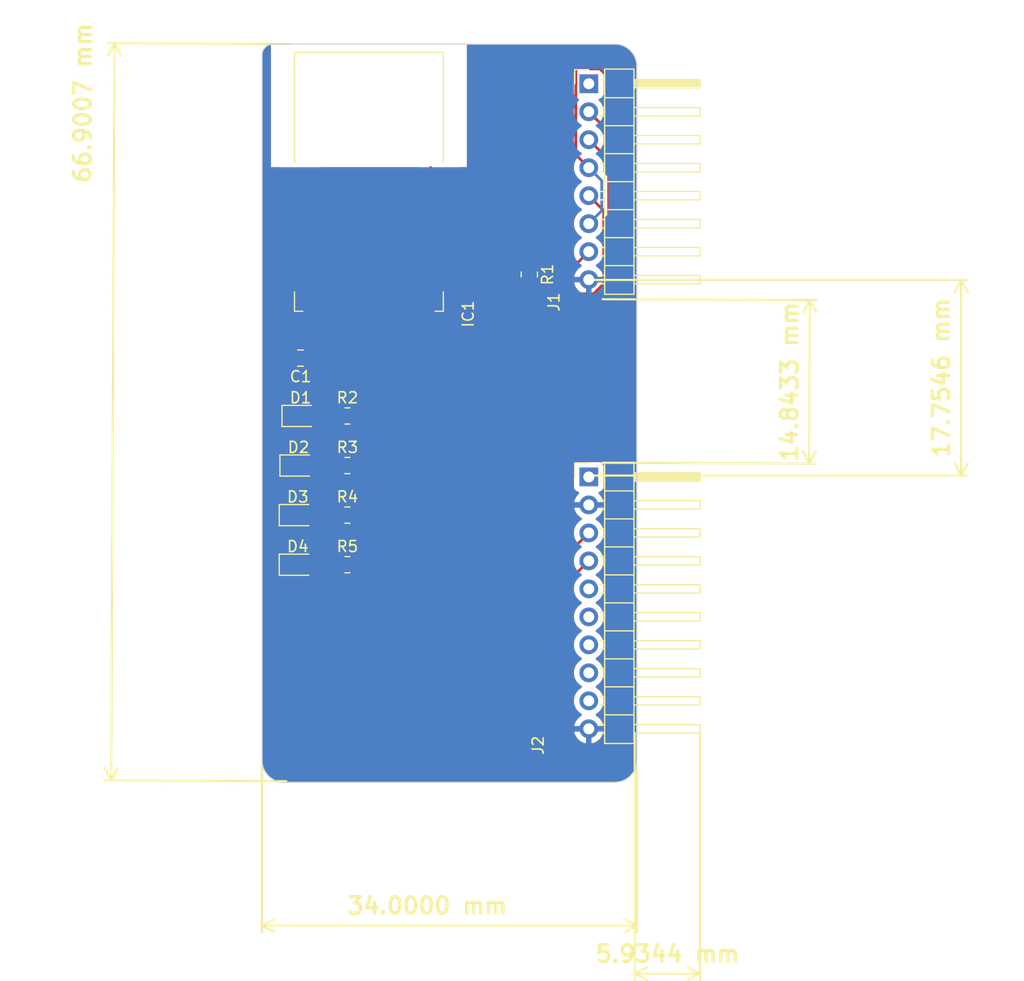
<source format=kicad_pcb>
(kicad_pcb (version 20221018) (generator pcbnew)
  (layers (0 "F.Cu" signal) (31 "B.Cu" signal) (34 "B.Paste" user) (35 "F.Paste" user) (36 "B.SilkS" user "B.Silkscreen") (37 "F.SilkS" user "F.Silkscreen") (38 "B.Mask" user) (39 "F.Mask" user) (44 "Edge.Cuts" user))
  (net 0 "")
  (net 2 "Net-(D1-A)")
  (net 3 "/RSTN")
  (net 5 "+3.3V")
  (net 6 "GND")
  (net 10 "Net-(D2-A)")
  (net 11 "Net-(D3-A)")
  (net 12 "Net-(D4-A)")
  (net 13 "/WKP")
  (net 14 "/CS")
  (net 15 "/MOSI")
  (net 16 "/MISO")
  (net 17 "/CLK")
  (net 18 "/IRQ")
  (net 19 "+5V")
  (net 20 "/LED1")
  (net 21 "/LED2")
  (net 22 "/LED3")
  (net 23 "/LED4")
  (footprint "Resistor_SMD:R_0805_2012Metric" (layer "F.Cu") (at 131.75 105.75)
    (fp_text reference "R4" (at 0 -1.65) (layer "F.SilkS"))
    (fp_text value "1K")
    (fp_line (start -0.227064 -0.735) (end 0.227064 -0.735) (stroke (width 0.12)) (layer "F.SilkS"))
    (fp_line (start -0.227064 0.735) (end 0.227064 0.735) (stroke (width 0.12)) (layer "F.SilkS"))
    (pad "1" smd roundrect (at -0.9125 0) (size 1.025 1.4) (layers "F.Cu" "F.Paste" "F.Mask") (roundrect_rratio 0.243902) (net 22 "/LED3"))
    (pad "2" smd roundrect (at 0.9125 0) (size 1.025 1.4) (layers "F.Cu" "F.Paste" "F.Mask") (roundrect_rratio 0.243902) (net 11 "Net-(D3-A)"))
  )
  (footprint "LED_SMD:LED_0805_2012Metric" (layer "F.Cu") (at 127.5 96.75)
    (fp_text reference "D1" (at 0 -1.65) (layer "F.SilkS"))
    (fp_text value "LED")
    (fp_line (start -1.685 -0.96) (end -1.685 0.96) (stroke (width 0.12)) (layer "F.SilkS"))
    (fp_line (start -1.685 0.96) (end 1 0.96) (stroke (width 0.12)) (layer "F.SilkS"))
    (fp_line (start 1 -0.96) (end -1.685 -0.96) (stroke (width 0.12)) (layer "F.SilkS"))
    (pad "1" smd roundrect (at -0.9375 0) (size 0.975 1.4) (layers "F.Cu" "F.Paste" "F.Mask") (net 6 "GND"))
    (pad "2" smd roundrect (at 0.9375 0) (size 0.975 1.4) (layers "F.Cu" "F.Paste" "F.Mask") (net 2 "Net-(D1-A)"))
  )
  (footprint "Capacitor_SMD:C_0805_2012Metric" (layer "F.Cu") (at 127.5 91.5 180)
    (fp_text reference "C1" (at 0 -1.68) (layer "F.SilkS"))
    (fp_text value "100uF")
    (fp_line (start -0.261252 -0.735) (end 0.261252 -0.735) (stroke (width 0.12)) (layer "F.SilkS"))
    (fp_line (start -0.261252 0.735) (end 0.261252 0.735) (stroke (width 0.12)) (layer "F.SilkS"))
    (pad "1" smd roundrect (at -0.95 0 180) (size 1 1.45) (layers "F.Cu" "F.Paste" "F.Mask") (net 5 "+3.3V"))
    (pad "2" smd roundrect (at 0.95 0 180) (size 1 1.45) (layers "F.Cu" "F.Paste" "F.Mask") (net 6 "GND"))
  )
  (footprint "LED_SMD:LED_0805_2012Metric" (layer "F.Cu") (at 127.3125 101.25)
    (fp_text reference "D2" (at 0 -1.65) (layer "F.SilkS"))
    (fp_text value "LED")
    (fp_line (start -1.685 -0.96) (end -1.685 0.96) (stroke (width 0.12)) (layer "F.SilkS"))
    (fp_line (start -1.685 0.96) (end 1 0.96) (stroke (width 0.12)) (layer "F.SilkS"))
    (fp_line (start 1 -0.96) (end -1.685 -0.96) (stroke (width 0.12)) (layer "F.SilkS"))
    (pad "1" smd roundrect (at -0.9375 0) (size 0.975 1.4) (layers "F.Cu" "F.Paste" "F.Mask") (net 6 "GND"))
    (pad "2" smd roundrect (at 0.9375 0) (size 0.975 1.4) (layers "F.Cu" "F.Paste" "F.Mask") (net 10 "Net-(D2-A)"))
  )
  (footprint "LED_SMD:LED_0805_2012Metric" (layer "F.Cu") (at 127.25 110.25)
    (fp_text reference "D4" (at 0 -1.65) (layer "F.SilkS"))
    (fp_text value "LED")
    (fp_line (start -1.685 -0.96) (end -1.685 0.96) (stroke (width 0.12)) (layer "F.SilkS"))
    (fp_line (start -1.685 0.96) (end 1 0.96) (stroke (width 0.12)) (layer "F.SilkS"))
    (fp_line (start 1 -0.96) (end -1.685 -0.96) (stroke (width 0.12)) (layer "F.SilkS"))
    (pad "1" smd roundrect (at -0.9375 0) (size 0.975 1.4) (layers "F.Cu" "F.Paste" "F.Mask") (net 6 "GND"))
    (pad "2" smd roundrect (at 0.9375 0) (size 0.975 1.4) (layers "F.Cu" "F.Paste" "F.Mask") (net 12 "Net-(D4-A)"))
  )
  (footprint "Resistor_SMD:R_0805_2012Metric" (layer "F.Cu") (at 131.75 110.25)
    (fp_text reference "R5" (at 0 -1.65) (layer "F.SilkS"))
    (fp_text value "1K")
    (fp_line (start -0.227064 -0.735) (end 0.227064 -0.735) (stroke (width 0.12)) (layer "F.SilkS"))
    (fp_line (start -0.227064 0.735) (end 0.227064 0.735) (stroke (width 0.12)) (layer "F.SilkS"))
    (pad "1" smd roundrect (at -0.9125 0) (size 1.025 1.4) (layers "F.Cu" "F.Paste" "F.Mask") (roundrect_rratio 0.243902) (net 23 "/LED4"))
    (pad "2" smd roundrect (at 0.9125 0) (size 1.025 1.4) (layers "F.Cu" "F.Paste" "F.Mask") (roundrect_rratio 0.243902) (net 12 "Net-(D4-A)"))
  )
  (footprint "Resistor_SMD:R_0805_2012Metric" (layer "F.Cu") (at 131.75 96.75)
    (fp_text reference "R2" (at 0 -1.65) (layer "F.SilkS"))
    (fp_text value "1K")
    (fp_line (start -0.227064 -0.735) (end 0.227064 -0.735) (stroke (width 0.12)) (layer "F.SilkS"))
    (fp_line (start -0.227064 0.735) (end 0.227064 0.735) (stroke (width 0.12)) (layer "F.SilkS"))
    (pad "1" smd roundrect (at -0.9125 0) (size 1.025 1.4) (layers "F.Cu" "F.Paste" "F.Mask") (roundrect_rratio 0.243902) (net 20 "/LED1"))
    (pad "2" smd roundrect (at 0.9125 0) (size 1.025 1.4) (layers "F.Cu" "F.Paste" "F.Mask") (roundrect_rratio 0.243902) (net 2 "Net-(D1-A)"))
  )
  (footprint "Resistor_SMD:R_0805_2012Metric" (layer "F.Cu") (at 148.25 83.9125 -90)
    (fp_text reference "R1" (at 0 -1.65 90) (layer "F.SilkS"))
    (fp_text value "1K")
    (fp_line (start -0.227064 -0.735) (end 0.227064 -0.735) (stroke (width 0.12)) (layer "F.SilkS"))
    (fp_line (start -0.227064 0.735) (end 0.227064 0.735) (stroke (width 0.12)) (layer "F.SilkS"))
    (pad "1" smd roundrect (at -0.9125 0 270) (size 1.025 1.4) (layers "F.Cu" "F.Paste" "F.Mask") (roundrect_rratio 0.243902) (net 18 "/IRQ"))
    (pad "2" smd roundrect (at 0.9125 0 270) (size 1.025 1.4) (layers "F.Cu" "F.Paste" "F.Mask") (roundrect_rratio 0.243902) (net 6 "GND"))
  )
  (footprint "Connector_PinHeader_2.54mm:PinHeader_1x10_P2.54mm_Horizontal" (layer "F.Cu") (at 153.6446 102.2858)
    (fp_text reference "J2" (at -4.5974 24.3586 90) (layer "F.SilkS"))
    (fp_text value "Conn_01x10_Socket")
    (fp_line (start -1.27 -1.27) (end 0 -1.27) (stroke (width 0.12)) (layer "F.SilkS"))
    (fp_line (start -1.27 0) (end -1.27 -1.27) (stroke (width 0.12)) (layer "F.SilkS"))
    (fp_line (start 1.042929 2.16) (end 1.44 2.16) (stroke (width 0.12)) (layer "F.SilkS"))
    (fp_line (start 1.042929 2.92) (end 1.44 2.92) (stroke (width 0.12)) (layer "F.SilkS"))
    (fp_line (start 1.042929 4.7) (end 1.44 4.7) (stroke (width 0.12)) (layer "F.SilkS"))
    (fp_line (start 1.042929 5.46) (end 1.44 5.46) (stroke (width 0.12)) (layer "F.SilkS"))
    (fp_line (start 1.042929 7.24) (end 1.44 7.24) (stroke (width 0.12)) (layer "F.SilkS"))
    (fp_line (start 1.042929 8) (end 1.44 8) (stroke (width 0.12)) (layer "F.SilkS"))
    (fp_line (start 1.042929 9.78) (end 1.44 9.78) (stroke (width 0.12)) (layer "F.SilkS"))
    (fp_line (start 1.042929 10.54) (end 1.44 10.54) (stroke (width 0.12)) (layer "F.SilkS"))
    (fp_line (start 1.042929 12.32) (end 1.44 12.32) (stroke (width 0.12)) (layer "F.SilkS"))
    (fp_line (start 1.042929 13.08) (end 1.44 13.08) (stroke (width 0.12)) (layer "F.SilkS"))
    (fp_line (start 1.042929 14.86) (end 1.44 14.86) (stroke (width 0.12)) (layer "F.SilkS"))
    (fp_line (start 1.042929 15.62) (end 1.44 15.62) (stroke (width 0.12)) (layer "F.SilkS"))
    (fp_line (start 1.042929 17.4) (end 1.44 17.4) (stroke (width 0.12)) (layer "F.SilkS"))
    (fp_line (start 1.042929 18.16) (end 1.44 18.16) (stroke (width 0.12)) (layer "F.SilkS"))
    (fp_line (start 1.042929 19.94) (end 1.44 19.94) (stroke (width 0.12)) (layer "F.SilkS"))
    (fp_line (start 1.042929 20.7) (end 1.44 20.7) (stroke (width 0.12)) (layer "F.SilkS"))
    (fp_line (start 1.042929 22.48) (end 1.44 22.48) (stroke (width 0.12)) (layer "F.SilkS"))
    (fp_line (start 1.042929 23.24) (end 1.44 23.24) (stroke (width 0.12)) (layer "F.SilkS"))
    (fp_line (start 1.11 -0.38) (end 1.44 -0.38) (stroke (width 0.12)) (layer "F.SilkS"))
    (fp_line (start 1.11 0.38) (end 1.44 0.38) (stroke (width 0.12)) (layer "F.SilkS"))
    (fp_line (start 1.44 -1.33) (end 1.44 24.19) (stroke (width 0.12)) (layer "F.SilkS"))
    (fp_line (start 1.44 1.27) (end 4.1 1.27) (stroke (width 0.12)) (layer "F.SilkS"))
    (fp_line (start 1.44 3.81) (end 4.1 3.81) (stroke (width 0.12)) (layer "F.SilkS"))
    (fp_line (start 1.44 6.35) (end 4.1 6.35) (stroke (width 0.12)) (layer "F.SilkS"))
    (fp_line (start 1.44 8.89) (end 4.1 8.89) (stroke (width 0.12)) (layer "F.SilkS"))
    (fp_line (start 1.44 11.43) (end 4.1 11.43) (stroke (width 0.12)) (layer "F.SilkS"))
    (fp_line (start 1.44 13.97) (end 4.1 13.97) (stroke (width 0.12)) (layer "F.SilkS"))
    (fp_line (start 1.44 16.51) (end 4.1 16.51) (stroke (width 0.12)) (layer "F.SilkS"))
    (fp_line (start 1.44 19.05) (end 4.1 19.05) (stroke (width 0.12)) (layer "F.SilkS"))
    (fp_line (start 1.44 21.59) (end 4.1 21.59) (stroke (width 0.12)) (layer "F.SilkS"))
    (fp_line (start 1.44 24.19) (end 4.1 24.19) (stroke (width 0.12)) (layer "F.SilkS"))
    (fp_line (start 4.1 -1.33) (end 1.44 -1.33) (stroke (width 0.12)) (layer "F.SilkS"))
    (fp_line (start 4.1 -0.38) (end 10.1 -0.38) (stroke (width 0.12)) (layer "F.SilkS"))
    (fp_line (start 4.1 -0.32) (end 10.1 -0.32) (stroke (width 0.12)) (layer "F.SilkS"))
    (fp_line (start 4.1 -0.2) (end 10.1 -0.2) (stroke (width 0.12)) (layer "F.SilkS"))
    (fp_line (start 4.1 -0.08) (end 10.1 -0.08) (stroke (width 0.12)) (layer "F.SilkS"))
    (fp_line (start 4.1 0.04) (end 10.1 0.04) (stroke (width 0.12)) (layer "F.SilkS"))
    (fp_line (start 4.1 0.16) (end 10.1 0.16) (stroke (width 0.12)) (layer "F.SilkS"))
    (fp_line (start 4.1 0.28) (end 10.1 0.28) (stroke (width 0.12)) (layer "F.SilkS"))
    (fp_line (start 4.1 2.16) (end 10.1 2.16) (stroke (width 0.12)) (layer "F.SilkS"))
    (fp_line (start 4.1 4.7) (end 10.1 4.7) (stroke (width 0.12)) (layer "F.SilkS"))
    (fp_line (start 4.1 7.24) (end 10.1 7.24) (stroke (width 0.12)) (layer "F.SilkS"))
    (fp_line (start 4.1 9.78) (end 10.1 9.78) (stroke (width 0.12)) (layer "F.SilkS"))
    (fp_line (start 4.1 12.32) (end 10.1 12.32) (stroke (width 0.12)) (layer "F.SilkS"))
    (fp_line (start 4.1 14.86) (end 10.1 14.86) (stroke (width 0.12)) (layer "F.SilkS"))
    (fp_line (start 4.1 17.4) (end 10.1 17.4) (stroke (width 0.12)) (layer "F.SilkS"))
    (fp_line (start 4.1 19.94) (end 10.1 19.94) (stroke (width 0.12)) (layer "F.SilkS"))
    (fp_line (start 4.1 22.48) (end 10.1 22.48) (stroke (width 0.12)) (layer "F.SilkS"))
    (fp_line (start 4.1 24.19) (end 4.1 -1.33) (stroke (width 0.12)) (layer "F.SilkS"))
    (fp_line (start 10.1 -0.38) (end 10.1 0.38) (stroke (width 0.12)) (layer "F.SilkS"))
    (fp_line (start 10.1 0.38) (end 4.1 0.38) (stroke (width 0.12)) (layer "F.SilkS"))
    (fp_line (start 10.1 2.16) (end 10.1 2.92) (stroke (width 0.12)) (layer "F.SilkS"))
    (fp_line (start 10.1 2.92) (end 4.1 2.92) (stroke (width 0.12)) (layer "F.SilkS"))
    (fp_line (start 10.1 4.7) (end 10.1 5.46) (stroke (width 0.12)) (layer "F.SilkS"))
    (fp_line (start 10.1 5.46) (end 4.1 5.46) (stroke (width 0.12)) (layer "F.SilkS"))
    (fp_line (start 10.1 7.24) (end 10.1 8) (stroke (width 0.12)) (layer "F.SilkS"))
    (fp_line (start 10.1 8) (end 4.1 8) (stroke (width 0.12)) (layer "F.SilkS"))
    (fp_line (start 10.1 9.78) (end 10.1 10.54) (stroke (width 0.12)) (layer "F.SilkS"))
    (fp_line (start 10.1 10.54) (end 4.1 10.54) (stroke (width 0.12)) (layer "F.SilkS"))
    (fp_line (start 10.1 12.32) (end 10.1 13.08) (stroke (width 0.12)) (layer "F.SilkS"))
    (fp_line (start 10.1 13.08) (end 4.1 13.08) (stroke (width 0.12)) (layer "F.SilkS"))
    (fp_line (start 10.1 14.86) (end 10.1 15.62) (stroke (width 0.12)) (layer "F.SilkS"))
    (fp_line (start 10.1 15.62) (end 4.1 15.62) (stroke (width 0.12)) (layer "F.SilkS"))
    (fp_line (start 10.1 17.4) (end 10.1 18.16) (stroke (width 0.12)) (layer "F.SilkS"))
    (fp_line (start 10.1 18.16) (end 4.1 18.16) (stroke (width 0.12)) (layer "F.SilkS"))
    (fp_line (start 10.1 19.94) (end 10.1 20.7) (stroke (width 0.12)) (layer "F.SilkS"))
    (fp_line (start 10.1 20.7) (end 4.1 20.7) (stroke (width 0.12)) (layer "F.SilkS"))
    (fp_line (start 10.1 22.48) (end 10.1 23.24) (stroke (width 0.12)) (layer "F.SilkS"))
    (fp_line (start 10.1 23.24) (end 4.1 23.24) (stroke (width 0.12)) (layer "F.SilkS"))
    (pad "1" thru_hole rect (at 0 0) (size 1.7 1.7) (drill 1) (layers "*.Cu" "*.Mask"))
    (pad "2" thru_hole oval (at 0 2.54) (size 1.7 1.7) (drill 1) (layers "*.Cu" "*.Mask") (net 6 "GND"))
    (pad "3" thru_hole oval (at 0 5.08) (size 1.7 1.7) (drill 1) (layers "*.Cu" "*.Mask") (net 3 "/RSTN"))
    (pad "4" thru_hole oval (at 0 7.62) (size 1.7 1.7) (drill 1) (layers "*.Cu" "*.Mask") (net 13 "/WKP"))
    (pad "5" thru_hole oval (at 0 10.16) (size 1.7 1.7) (drill 1) (layers "*.Cu" "*.Mask"))
    (pad "6" thru_hole oval (at 0 12.7) (size 1.7 1.7) (drill 1) (layers "*.Cu" "*.Mask"))
    (pad "7" thru_hole oval (at 0 15.24) (size 1.7 1.7) (drill 1) (layers "*.Cu" "*.Mask"))
    (pad "8" thru_hole oval (at 0 17.78) (size 1.7 1.7) (drill 1) (layers "*.Cu" "*.Mask"))
    (pad "9" thru_hole oval (at 0 20.32) (size 1.7 1.7) (drill 1) (layers "*.Cu" "*.Mask"))
    (pad "10" thru_hole oval (at 0 22.86) (size 1.7 1.7) (drill 1) (layers "*.Cu" "*.Mask") (net 6 "GND"))
  )
  (footprint "LED_SMD:LED_0805_2012Metric" (layer "F.Cu") (at 127.25 105.75)
    (fp_text reference "D3" (at 0 -1.65) (layer "F.SilkS"))
    (fp_text value "LED")
    (fp_line (start -1.685 -0.96) (end -1.685 0.96) (stroke (width 0.12)) (layer "F.SilkS"))
    (fp_line (start -1.685 0.96) (end 1 0.96) (stroke (width 0.12)) (layer "F.SilkS"))
    (fp_line (start 1 -0.96) (end -1.685 -0.96) (stroke (width 0.12)) (layer "F.SilkS"))
    (pad "1" smd roundrect (at -0.9375 0) (size 0.975 1.4) (layers "F.Cu" "F.Paste" "F.Mask") (net 6 "GND"))
    (pad "2" smd roundrect (at 0.9375 0) (size 0.975 1.4) (layers "F.Cu" "F.Paste" "F.Mask") (net 11 "Net-(D3-A)"))
  )
  (footprint "Connector_PinHeader_2.54mm:PinHeader_1x08_P2.54mm_Horizontal" (layer "F.Cu") (at 153.6446 66.5988)
    (fp_text reference "J1" (at -3.1688 19.8224 90) (layer "F.SilkS"))
    (fp_text value "Conn_01x08_Socket")
    (fp_line (start -1.27 -1.27) (end 0 -1.27) (stroke (width 0.12)) (layer "F.SilkS"))
    (fp_line (start -1.27 0) (end -1.27 -1.27) (stroke (width 0.12)) (layer "F.SilkS"))
    (fp_line (start 1.042929 2.16) (end 1.44 2.16) (stroke (width 0.12)) (layer "F.SilkS"))
    (fp_line (start 1.042929 2.92) (end 1.44 2.92) (stroke (width 0.12)) (layer "F.SilkS"))
    (fp_line (start 1.042929 4.7) (end 1.44 4.7) (stroke (width 0.12)) (layer "F.SilkS"))
    (fp_line (start 1.042929 5.46) (end 1.44 5.46) (stroke (width 0.12)) (layer "F.SilkS"))
    (fp_line (start 1.042929 7.24) (end 1.44 7.24) (stroke (width 0.12)) (layer "F.SilkS"))
    (fp_line (start 1.042929 8) (end 1.44 8) (stroke (width 0.12)) (layer "F.SilkS"))
    (fp_line (start 1.042929 9.78) (end 1.44 9.78) (stroke (width 0.12)) (layer "F.SilkS"))
    (fp_line (start 1.042929 10.54) (end 1.44 10.54) (stroke (width 0.12)) (layer "F.SilkS"))
    (fp_line (start 1.042929 12.32) (end 1.44 12.32) (stroke (width 0.12)) (layer "F.SilkS"))
    (fp_line (start 1.042929 13.08) (end 1.44 13.08) (stroke (width 0.12)) (layer "F.SilkS"))
    (fp_line (start 1.042929 14.86) (end 1.44 14.86) (stroke (width 0.12)) (layer "F.SilkS"))
    (fp_line (start 1.042929 15.62) (end 1.44 15.62) (stroke (width 0.12)) (layer "F.SilkS"))
    (fp_line (start 1.042929 17.4) (end 1.44 17.4) (stroke (width 0.12)) (layer "F.SilkS"))
    (fp_line (start 1.042929 18.16) (end 1.44 18.16) (stroke (width 0.12)) (layer "F.SilkS"))
    (fp_line (start 1.11 -0.38) (end 1.44 -0.38) (stroke (width 0.12)) (layer "F.SilkS"))
    (fp_line (start 1.11 0.38) (end 1.44 0.38) (stroke (width 0.12)) (layer "F.SilkS"))
    (fp_line (start 1.44 -1.33) (end 1.44 19.11) (stroke (width 0.12)) (layer "F.SilkS"))
    (fp_line (start 1.44 1.27) (end 4.1 1.27) (stroke (width 0.12)) (layer "F.SilkS"))
    (fp_line (start 1.44 3.81) (end 4.1 3.81) (stroke (width 0.12)) (layer "F.SilkS"))
    (fp_line (start 1.44 6.35) (end 4.1 6.35) (stroke (width 0.12)) (layer "F.SilkS"))
    (fp_line (start 1.44 8.89) (end 4.1 8.89) (stroke (width 0.12)) (layer "F.SilkS"))
    (fp_line (start 1.44 11.43) (end 4.1 11.43) (stroke (width 0.12)) (layer "F.SilkS"))
    (fp_line (start 1.44 13.97) (end 4.1 13.97) (stroke (width 0.12)) (layer "F.SilkS"))
    (fp_line (start 1.44 16.51) (end 4.1 16.51) (stroke (width 0.12)) (layer "F.SilkS"))
    (fp_line (start 1.44 19.11) (end 4.1 19.11) (stroke (width 0.12)) (layer "F.SilkS"))
    (fp_line (start 4.1 -1.33) (end 1.44 -1.33) (stroke (width 0.12)) (layer "F.SilkS"))
    (fp_line (start 4.1 -0.38) (end 10.1 -0.38) (stroke (width 0.12)) (layer "F.SilkS"))
    (fp_line (start 4.1 -0.32) (end 10.1 -0.32) (stroke (width 0.12)) (layer "F.SilkS"))
    (fp_line (start 4.1 -0.2) (end 10.1 -0.2) (stroke (width 0.12)) (layer "F.SilkS"))
    (fp_line (start 4.1 -0.08) (end 10.1 -0.08) (stroke (width 0.12)) (layer "F.SilkS"))
    (fp_line (start 4.1 0.04) (end 10.1 0.04) (stroke (width 0.12)) (layer "F.SilkS"))
    (fp_line (start 4.1 0.16) (end 10.1 0.16) (stroke (width 0.12)) (layer "F.SilkS"))
    (fp_line (start 4.1 0.28) (end 10.1 0.28) (stroke (width 0.12)) (layer "F.SilkS"))
    (fp_line (start 4.1 2.16) (end 10.1 2.16) (stroke (width 0.12)) (layer "F.SilkS"))
    (fp_line (start 4.1 4.7) (end 10.1 4.7) (stroke (width 0.12)) (layer "F.SilkS"))
    (fp_line (start 4.1 7.24) (end 10.1 7.24) (stroke (width 0.12)) (layer "F.SilkS"))
    (fp_line (start 4.1 9.78) (end 10.1 9.78) (stroke (width 0.12)) (layer "F.SilkS"))
    (fp_line (start 4.1 12.32) (end 10.1 12.32) (stroke (width 0.12)) (layer "F.SilkS"))
    (fp_line (start 4.1 14.86) (end 10.1 14.86) (stroke (width 0.12)) (layer "F.SilkS"))
    (fp_line (start 4.1 17.4) (end 10.1 17.4) (stroke (width 0.12)) (layer "F.SilkS"))
    (fp_line (start 4.1 19.11) (end 4.1 -1.33) (stroke (width 0.12)) (layer "F.SilkS"))
    (fp_line (start 10.1 -0.38) (end 10.1 0.38) (stroke (width 0.12)) (layer "F.SilkS"))
    (fp_line (start 10.1 0.38) (end 4.1 0.38) (stroke (width 0.12)) (layer "F.SilkS"))
    (fp_line (start 10.1 2.16) (end 10.1 2.92) (stroke (width 0.12)) (layer "F.SilkS"))
    (fp_line (start 10.1 2.92) (end 4.1 2.92) (stroke (width 0.12)) (layer "F.SilkS"))
    (fp_line (start 10.1 4.7) (end 10.1 5.46) (stroke (width 0.12)) (layer "F.SilkS"))
    (fp_line (start 10.1 5.46) (end 4.1 5.46) (stroke (width 0.12)) (layer "F.SilkS"))
    (fp_line (start 10.1 7.24) (end 10.1 8) (stroke (width 0.12)) (layer "F.SilkS"))
    (fp_line (start 10.1 8) (end 4.1 8) (stroke (width 0.12)) (layer "F.SilkS"))
    (fp_line (start 10.1 9.78) (end 10.1 10.54) (stroke (width 0.12)) (layer "F.SilkS"))
    (fp_line (start 10.1 10.54) (end 4.1 10.54) (stroke (width 0.12)) (layer "F.SilkS"))
    (fp_line (start 10.1 12.32) (end 10.1 13.08) (stroke (width 0.12)) (layer "F.SilkS"))
    (fp_line (start 10.1 13.08) (end 4.1 13.08) (stroke (width 0.12)) (layer "F.SilkS"))
    (fp_line (start 10.1 14.86) (end 10.1 15.62) (stroke (width 0.12)) (layer "F.SilkS"))
    (fp_line (start 10.1 15.62) (end 4.1 15.62) (stroke (width 0.12)) (layer "F.SilkS"))
    (fp_line (start 10.1 17.4) (end 10.1 18.16) (stroke (width 0.12)) (layer "F.SilkS"))
    (fp_line (start 10.1 18.16) (end 4.1 18.16) (stroke (width 0.12)) (layer "F.SilkS"))
    (pad "1" thru_hole rect (at 0 0) (size 1.7 1.7) (drill 1) (layers "*.Cu" "*.Mask") (net 19 "+5V"))
    (pad "2" thru_hole oval (at 0 2.54) (size 1.7 1.7) (drill 1) (layers "*.Cu" "*.Mask") (net 15 "/MOSI"))
    (pad "3" thru_hole oval (at 0 5.08) (size 1.7 1.7) (drill 1) (layers "*.Cu" "*.Mask") (net 16 "/MISO"))
    (pad "4" thru_hole oval (at 0 7.62) (size 1.7 1.7) (drill 1) (layers "*.Cu" "*.Mask") (net 14 "/CS"))
    (pad "5" thru_hole oval (at 0 10.16) (size 1.7 1.7) (drill 1) (layers "*.Cu" "*.Mask") (net 17 "/CLK"))
    (pad "6" thru_hole oval (at 0 12.7) (size 1.7 1.7) (drill 1) (layers "*.Cu" "*.Mask") (net 14 "/CS"))
    (pad "7" thru_hole oval (at 0 15.24) (size 1.7 1.7) (drill 1) (layers "*.Cu" "*.Mask") (net 18 "/IRQ"))
    (pad "8" thru_hole oval (at 0 17.78) (size 1.7 1.7) (drill 1) (layers "*.Cu" "*.Mask") (net 6 "GND"))
  )
  (footprint "RF_Module:DWM1000" (layer "F.Cu") (at 133.7 75.4988)
    (fp_text reference "IC1" (at 9 12 90) (layer "F.SilkS"))
    (fp_text value "DWM1000")
    (fp_line (start -6.75 -11.75) (end -6.75 -1.75) (stroke (width 0.12)) (layer "F.SilkS"))
    (fp_line (start -6.75 -11.75) (end 6.75 -11.75) (stroke (width 0.12)) (layer "F.SilkS"))
    (fp_line (start -6.75 11.75) (end -6.75 10) (stroke (width 0.12)) (layer "F.SilkS"))
    (fp_line (start -6 11.75) (end -6.75 11.75) (stroke (width 0.12)) (layer "F.SilkS"))
    (fp_line (start 6 11.75) (end 6.75 11.75) (stroke (width 0.12)) (layer "F.SilkS"))
    (fp_line (start 6.75 -11.75) (end 6.75 -1.75) (stroke (width 0.12)) (layer "F.SilkS"))
    (fp_line (start 6.75 11.75) (end 6.75 10) (stroke (width 0.12)) (layer "F.SilkS"))
    (pad "1" smd rect (at -6.3 -0.7988 90) (size 1 2.45) (layers "F.Cu" "F.Paste" "F.Mask"))
    (pad "2" smd rect (at -6.3 0.6012 90) (size 1 2.45) (layers "F.Cu" "F.Paste" "F.Mask") (net 13 "/WKP"))
    (pad "3" smd rect (at -6.3 2.0012 90) (size 1 2.45) (layers "F.Cu" "F.Paste" "F.Mask") (net 3 "/RSTN"))
    (pad "4" smd rect (at -6.3 3.4012 90) (size 1 2.45) (layers "F.Cu" "F.Paste" "F.Mask"))
    (pad "5" smd rect (at -6.3 4.8012 90) (size 1 2.45) (layers "F.Cu" "F.Paste" "F.Mask") (net 5 "+3.3V"))
    (pad "6" smd rect (at -6.3 6.2012 90) (size 1 2.45) (layers "F.Cu" "F.Paste" "F.Mask") (net 5 "+3.3V"))
    (pad "7" smd rect (at -6.3 7.6012 90) (size 1 2.45) (layers "F.Cu" "F.Paste" "F.Mask") (net 5 "+3.3V"))
    (pad "8" smd rect (at -6.3 9.0012 90) (size 1 2.45) (layers "F.Cu" "F.Paste" "F.Mask") (net 6 "GND"))
    (pad "9" smd rect (at -4.9 11.2962) (size 1 2.45) (layers "F.Cu" "F.Paste" "F.Mask"))
    (pad "10" smd rect (at -3.5 11.2962) (size 1 2.45) (layers "F.Cu" "F.Paste" "F.Mask"))
    (pad "11" smd rect (at -2.1 11.2962) (size 1 2.45) (layers "F.Cu" "F.Paste" "F.Mask"))
    (pad "12" smd rect (at -0.7 11.2962) (size 1 2.45) (layers "F.Cu" "F.Paste" "F.Mask") (net 20 "/LED1"))
    (pad "13" smd rect (at 0.7 11.2962) (size 1 2.45) (layers "F.Cu" "F.Paste" "F.Mask") (net 21 "/LED2"))
    (pad "14" smd rect (at 2.1 11.2962) (size 1 2.45) (layers "F.Cu" "F.Paste" "F.Mask") (net 22 "/LED3"))
    (pad "15" smd rect (at 3.5 11.2962) (size 1 2.45) (layers "F.Cu" "F.Paste" "F.Mask") (net 23 "/LED4"))
    (pad "16" smd rect (at 4.9 11.2962) (size 1 2.45) (layers "F.Cu" "F.Paste" "F.Mask") (net 6 "GND"))
    (pad "17" smd rect (at 6.3 9 90) (size 1 2.45) (layers "F.Cu" "F.Paste" "F.Mask") (net 14 "/CS"))
    (pad "18" smd rect (at 6.3 7.6 90) (size 1 2.45) (layers "F.Cu" "F.Paste" "F.Mask") (net 15 "/MOSI"))
    (pad "19" smd rect (at 6.3 6.2012 90) (size 1 2.45) (layers "F.Cu" "F.Paste" "F.Mask") (net 16 "/MISO"))
    (pad "20" smd rect (at 6.3 4.8012 90) (size 1 2.45) (layers "F.Cu" "F.Paste" "F.Mask") (net 17 "/CLK"))
    (pad "21" smd rect (at 6.3 3.4012 90) (size 1 2.45) (layers "F.Cu" "F.Paste" "F.Mask") (net 6 "GND"))
    (pad "22" smd rect (at 6.3 2.0012 90) (size 1 2.45) (layers "F.Cu" "F.Paste" "F.Mask") (net 18 "/IRQ"))
    (pad "23" smd rect (at 6.3 0.6012 90) (size 1 2.45) (layers "F.Cu" "F.Paste" "F.Mask") (net 6 "GND"))
    (pad "24" smd rect (at 6.3 -0.7988 90) (size 1 2.45) (layers "F.Cu" "F.Paste" "F.Mask") (net 6 "GND"))
    (zone (net 0) (net_name "") (layers "*.Cu") (connect_pads (clearance 0)) (min_thickness 0.254)
      (keepout (tracks not_allowed) (vias not_allowed) (pads not_allowed) (copperpour not_allowed) (footprints not_allowed))
      (fill (thermal_gap 0.508) (thermal_bridge_width 0.508))
      (polygon (pts (xy 124.81 74.1788) (xy 142.59 74.1788) (xy 142.59 62.7988) (xy 124.81 62.7988)))
    )
  )
  (footprint "Resistor_SMD:R_0805_2012Metric" (layer "F.Cu") (at 131.75 101.25)
    (fp_text reference "R3" (at 0 -1.65) (layer "F.SilkS"))
    (fp_text value "1K")
    (fp_line (start -0.227064 -0.735) (end 0.227064 -0.735) (stroke (width 0.12)) (layer "F.SilkS"))
    (fp_line (start -0.227064 0.735) (end 0.227064 0.735) (stroke (width 0.12)) (layer "F.SilkS"))
    (pad "1" smd roundrect (at -0.9125 0) (size 1.025 1.4) (layers "F.Cu" "F.Paste" "F.Mask") (roundrect_rratio 0.243902) (net 21 "/LED2"))
    (pad "2" smd roundrect (at 0.9125 0) (size 1.025 1.4) (layers "F.Cu" "F.Paste" "F.Mask") (roundrect_rratio 0.243902) (net 10 "Net-(D2-A)"))
  )
  (gr_line (start 158 65) (end 158 128) (stroke (width 0.1)) (layer "Edge.Cuts"))
  (gr_arc (start 156 63) (mid 157.414214 63.585786) (end 158 65) (stroke (width 0.1)) (layer "Edge.Cuts"))
  (gr_arc (start 126 130) (mid 124.585786 129.414214) (end 124 128) (stroke (width 0.1)) (layer "Edge.Cuts"))
  (gr_arc (start 158 128) (mid 157.414214 129.414214) (end 156 130) (stroke (width 0.1)) (layer "Edge.Cuts"))
  (gr_arc (start 124 64) (mid 124.292893 63.292893) (end 125 63) (stroke (width 0.1)) (layer "Edge.Cuts"))
  (gr_line (start 156 130) (end 126 130) (stroke (width 0.1)) (layer "Edge.Cuts"))
  (gr_line (start 124 128) (end 124 64) (stroke (width 0.1)) (layer "Edge.Cuts"))
  (gr_line (start 125 63) (end 156 63) (stroke (width 0.1)) (layer "Edge.Cuts"))
  (dimension (type aligned) (layer "F.SilkS") (pts (xy 154.4066 86.1568) (xy 154.35 101)) (height -19.287992) (gr_text "14.8433 mm" (at 171.866165 93.645084 89.78152114) (layer "F.SilkS") (effects (font (size 1.5 1.5) (thickness 0.3)))) (format (prefix "") (suffix "") (units 3) (units_format 1) (precision 4)) (style (thickness 0.2) (arrow_length 1.27) (text_position_mode 0) (extension_height 0.58642) (extension_offset 0.5) keep_text_aligned))
  (dimension (type aligned) (layer "F.SilkS") (pts (xy 127 63) (xy 126.7 129.9)) (height 16.376324) (gr_text "66.9007 mm" (at 107.75 68.35 89.74306998) (layer "F.SilkS") (effects (font (size 1.5 1.5) (thickness 0.3)))) (format (prefix "") (suffix "") (units 3) (units_format 1) (precision 4)) (style (thickness 0.2) (arrow_length 1.27) (text_position_mode 2) (extension_height 0.58642) (extension_offset 0.5) keep_text_aligned))
  (dimension (type aligned) (layer "F.SilkS") (pts (xy 124 128) (xy 158 128)) (height 15) (gr_text "34.0000 mm" (at 139 141.2) (layer "F.SilkS") (effects (font (size 1.5 1.5) (thickness 0.3)))) (format (prefix "") (suffix "") (units 3) (units_format 1) (precision 4)) (style (thickness 0.2) (arrow_length 1.27) (text_position_mode 2) (extension_height 0.58642) (extension_offset 0.5) keep_text_aligned))
  (dimension (type aligned) (layer "F.SilkS") (pts (xy 153.5684 102.1588) (xy 153.5684 84.4042)) (height 33.8524) (gr_text "17.7546 mm" (at 185.6208 93.2815 90) (layer "F.SilkS") (effects (font (size 1.5 1.5) (thickness 0.3)))) (format (prefix "") (suffix "") (units 3) (units_format 1) (precision 4)) (style (thickness 0.2) (arrow_length 1.27) (text_position_mode 0) (extension_height 0.58642) (extension_offset 0.5) keep_text_aligned))
  (dimension (type aligned) (layer "F.SilkS") (pts (xy 157.8102 125.1458) (xy 163.7446 125.1458)) (height 22.225) (gr_text "5.9344 mm" (at 160.7774 145.5708) (layer "F.SilkS") (effects (font (size 1.5 1.5) (thickness 0.3)))) (format (prefix "") (suffix "") (units 3) (units_format 1) (precision 4)) (style (thickness 0.2) (arrow_length 1.27) (text_position_mode 0) (extension_height 0.58642) (extension_offset 0.5) keep_text_aligned))
  (segment (start 128.4375 96.75) (end 129.4625 95.725) (width 0.25) (layer "F.Cu") (net 2))
  (segment (start 131.6375 95.725) (end 132.6625 96.75) (width 0.25) (layer "F.Cu") (net 2))
  (segment (start 129.4625 95.725) (end 131.6375 95.725) (width 0.25) (layer "F.Cu") (net 2))
  (segment (start 125.4 78.525) (end 125.4 110.9) (width 0.25) (layer "F.Cu") (net 3))
  (segment (start 149.2854 111.725) (end 153.6446 107.3658) (width 0.25) (layer "F.Cu") (net 3))
  (segment (start 127.4 77.5) (end 126.425 77.5) (width 0.25) (layer "F.Cu") (net 3))
  (segment (start 125.4 110.9) (end 126.225 111.725) (width 0.25) (layer "F.Cu") (net 3))
  (segment (start 126.225 111.725) (end 149.2854 111.725) (width 0.25) (layer "F.Cu") (net 3))
  (segment (start 126.425 77.5) (end 125.4 78.525) (width 0.25) (layer "F.Cu") (net 3))
  (segment (start 127.4 80.3) (end 127.4 81.7) (width 0.25) (layer "F.Cu") (net 5))
  (segment (start 125.85 83.675) (end 126.425 83.1) (width 0.25) (layer "F.Cu") (net 5))
  (segment (start 126.425 83.1) (end 127.4 83.1) (width 0.25) (layer "F.Cu") (net 5))
  (segment (start 125.85 88.9) (end 125.85 83.675) (width 0.25) (layer "F.Cu") (net 5))
  (segment (start 127.4 81.7) (end 127.4 83.1) (width 0.25) (layer "F.Cu") (net 5))
  (segment (start 128.45 91.5) (end 125.85 88.9) (width 0.25) (layer "F.Cu") (net 5))
  (segment (start 139.3 74.2012) (end 139.3 75.6012) (width 0.25) (layer "F.Cu") (net 6))
  (segment (start 130.336827 100.225) (end 131.6375 100.225) (width 0.25) (layer "F.Cu") (net 10))
  (segment (start 128.25 101.25) (end 129.311827 101.25) (width 0.25) (layer "F.Cu") (net 10))
  (segment (start 131.6375 100.225) (end 132.6625 101.25) (width 0.25) (layer "F.Cu") (net 10))
  (segment (start 129.311827 101.25) (end 130.336827 100.225) (width 0.25) (layer "F.Cu") (net 10))
  (segment (start 131.6375 104.725) (end 132.6625 105.75) (width 0.25) (layer "F.Cu") (net 11))
  (segment (start 129.2125 104.725) (end 131.6375 104.725) (width 0.25) (layer "F.Cu") (net 11))
  (segment (start 128.1875 105.75) (end 129.2125 104.725) (width 0.25) (layer "F.Cu") (net 11))
  (segment (start 130.336827 109.225) (end 131.6375 109.225) (width 0.25) (layer "F.Cu") (net 12))
  (segment (start 129.311827 110.25) (end 130.336827 109.225) (width 0.25) (layer "F.Cu") (net 12))
  (segment (start 131.6375 109.225) (end 132.6625 110.25) (width 0.25) (layer "F.Cu") (net 12))
  (segment (start 128.1875 110.25) (end 129.311827 110.25) (width 0.25) (layer "F.Cu") (net 12))
  (segment (start 145.5504 118) (end 153.6446 109.9058) (width 0.25) (layer "F.Cu") (net 13))
  (segment (start 127.4 76.1) (end 125.9 76.1) (width 0.25) (layer "F.Cu") (net 13))
  (segment (start 124.95 77.05) (end 124.95 117.95) (width 0.25) (layer "F.Cu") (net 13))
  (segment (start 125 118) (end 145.5504 118) (width 0.25) (layer "F.Cu") (net 13))
  (segment (start 124.95 117.95) (end 125 118) (width 0.25) (layer "F.Cu") (net 13))
  (segment (start 125.9 76.1) (end 124.95 77.05) (width 0.25) (layer "F.Cu") (net 13))
  (segment (start 156.5 85.75) (end 156.5 67.1042) (width 0.25) (layer "F.Cu") (net 14))
  (segment (start 152.4696 65.4238) (end 152.4696 73.0438) (width 0.25) (layer "F.Cu") (net 14))
  (segment (start 154.6458 65.25) (end 152.6434 65.25) (width 0.25) (layer "F.Cu") (net 14))
  (segment (start 156.5 67.1042) (end 154.6458 65.25) (width 0.25) (layer "F.Cu") (net 14))
  (segment (start 152.6434 65.25) (end 152.4696 65.4238) (width 0.25) (layer "F.Cu") (net 14))
  (segment (start 140 84.4988) (end 142.5137 87.0125) (width 0.25) (layer "F.Cu") (net 14))
  (segment (start 155.2375 87.0125) (end 156.5 85.75) (width 0.25) (layer "F.Cu") (net 14))
  (segment (start 142.5137 87.0125) (end 155.2375 87.0125) (width 0.25) (layer "F.Cu") (net 14))
  (segment (start 152.4696 73.0438) (end 153.6446 74.2188) (width 0.25) (layer "F.Cu") (net 14))
  (segment (start 153.6446 74.2188) (end 154.8196 75.3938) (width 0.25) (layer "B.Cu") (net 14))
  (segment (start 154.8196 75.3938) (end 154.8196 78.1238) (width 0.25) (layer "B.Cu") (net 14))
  (segment (start 154.8196 78.1238) (end 153.6446 79.2988) (width 0.25) (layer "B.Cu") (net 14))
  (segment (start 155.9 85.6) (end 155.9 71.3942) (width 0.25) (layer "F.Cu") (net 15))
  (segment (start 155.9 71.3942) (end 153.6446 69.1388) (width 0.25) (layer "F.Cu") (net 15))
  (segment (start 143.725335 83.0988) (end 147.189035 86.5625) (width 0.25) (layer "F.Cu") (net 15))
  (segment (start 147.189035 86.5625) (end 154.9375 86.5625) (width 0.25) (layer "F.Cu") (net 15))
  (segment (start 154.9375 86.5625) (end 155.9 85.6) (width 0.25) (layer "F.Cu") (net 15))
  (segment (start 140 83.0988) (end 143.725335 83.0988) (width 0.25) (layer "F.Cu") (net 15))
  (segment (start 155.45 85.3) (end 155.45 73.4842) (width 0.25) (layer "F.Cu") (net 16))
  (segment (start 147.375431 86.1125) (end 154.6375 86.1125) (width 0.25) (layer "F.Cu") (net 16))
  (segment (start 155.45 73.4842) (end 153.6446 71.6788) (width 0.25) (layer "F.Cu") (net 16))
  (segment (start 154.6375 86.1125) (end 155.45 85.3) (width 0.25) (layer "F.Cu") (net 16))
  (segment (start 142.962931 81.7) (end 147.375431 86.1125) (width 0.25) (layer "F.Cu") (net 16))
  (segment (start 140 81.7) (end 142.962931 81.7) (width 0.25) (layer "F.Cu") (net 16))
  (segment (start 155 84.75) (end 155 78.1142) (width 0.25) (layer "F.Cu") (net 17))
  (segment (start 140 80.3) (end 142.199327 80.3) (width 0.25) (layer "F.Cu") (net 17))
  (segment (start 155 78.1142) (end 153.6446 76.7588) (width 0.25) (layer "F.Cu") (net 17))
  (segment (start 154.0875 85.6625) (end 155 84.75) (width 0.25) (layer "F.Cu") (net 17))
  (segment (start 147.561827 85.6625) (end 154.0875 85.6625) (width 0.25) (layer "F.Cu") (net 17))
  (segment (start 142.199327 80.3) (end 147.561827 85.6625) (width 0.25) (layer "F.Cu") (net 17))
  (segment (start 148.25 83) (end 152.4834 83) (width 0.25) (layer "F.Cu") (net 18))
  (segment (start 152.4834 83) (end 153.6446 81.8388) (width 0.25) (layer "F.Cu") (net 18))
  (segment (start 142.75 77.5) (end 148.25 83) (width 0.25) (layer "F.Cu") (net 18))
  (segment (start 140 77.5) (end 142.75 77.5) (width 0.25) (layer "F.Cu") (net 18))
  (segment (start 130.8375 96.75) (end 131.8625 97.775) (width 0.25) (layer "F.Cu") (net 20))
  (segment (start 133.163173 97.775) (end 133.5 97.438173) (width 0.25) (layer "F.Cu") (net 20))
  (segment (start 133.5 87.295) (end 133 86.795) (width 0.25) (layer "F.Cu") (net 20))
  (segment (start 133.5 97.438173) (end 133.5 87.295) (width 0.25) (layer "F.Cu") (net 20))
  (segment (start 131.8625 97.775) (end 133.163173 97.775) (width 0.25) (layer "F.Cu") (net 20))
  (segment (start 133.163173 102.275) (end 134.4 101.038173) (width 0.25) (layer "F.Cu") (net 21))
  (segment (start 134.4 101.038173) (end 134.4 86.795) (width 0.25) (layer "F.Cu") (net 21))
  (segment (start 131.8625 102.275) (end 133.163173 102.275) (width 0.25) (layer "F.Cu") (net 21))
  (segment (start 130.8375 101.25) (end 131.8625 102.275) (width 0.25) (layer "F.Cu") (net 21))
  (segment (start 130.8375 105.75) (end 131.8625 106.775) (width 0.25) (layer "F.Cu") (net 22))
  (segment (start 131.8625 106.775) (end 134.225 106.775) (width 0.25) (layer "F.Cu") (net 22))
  (segment (start 135.8 105.2) (end 135.8 86.795) (width 0.25) (layer "F.Cu") (net 22))
  (segment (start 134.225 106.775) (end 135.8 105.2) (width 0.25) (layer "F.Cu") (net 22))
  (segment (start 131.8625 111.275) (end 133.163173 111.275) (width 0.25) (layer "F.Cu") (net 23))
  (segment (start 137.2 107.238173) (end 137.2 86.795) (width 0.25) (layer "F.Cu") (net 23))
  (segment (start 133.163173 111.275) (end 137.2 107.238173) (width 0.25) (layer "F.Cu") (net 23))
  (segment (start 130.8375 110.25) (end 131.8625 111.275) (width 0.25) (layer "F.Cu") (net 23))
  (zone (net 6) (net_name "GND") (layer "F.Cu") (connect_pads (clearance 0.5)) (min_thickness 0.25) (fill yes (thermal_gap 0.5) (thermal_bridge_width 0.5))
    (polygon (pts (xy 121 59) (xy 162 59) (xy 162 134) (xy 121 134)))
  )
  (zone (net 6) (net_name "GND") (layer "B.Cu") (priority 1) (connect_pads (clearance 0.5)) (min_thickness 0.25) (fill yes (thermal_gap 0.5) (thermal_bridge_width 0.5))
    (polygon (pts (xy 121 134) (xy 162 134) (xy 162 59) (xy 121 59)))
  )
)
</source>
